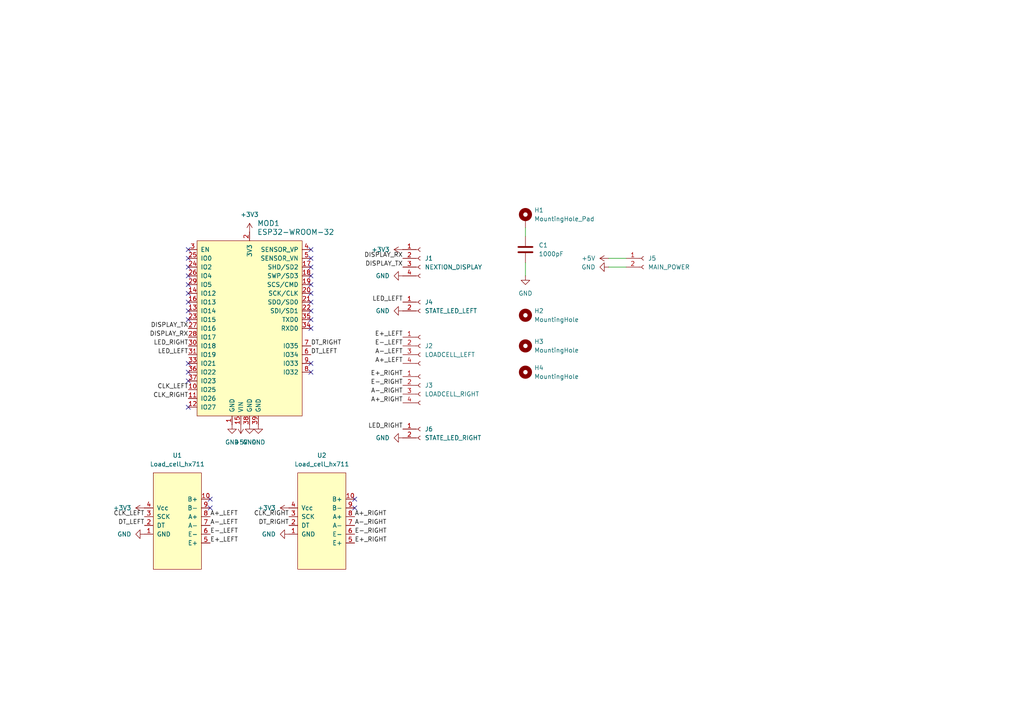
<source format=kicad_sch>
(kicad_sch (version 20231120) (generator "eeschema") (generator_version "8.0")
  (paper "A4")
  (lib_symbols
    (symbol "Connector:Conn_01x02_Socket" (pin_names (offset 1.016) hide)
      (property "Reference" "J" (at 0 2.54 0))
      (property "Value" "Conn_01x02_Socket" (at 0 -5.08 0))
      (symbol "Conn_01x02_Socket_1_1"
        (arc (start 0 -2.032) (mid -0.5058 -2.54) (end 0 -3.048) (stroke (width 0.1524)))
        (polyline (pts (xy -1.27 -2.54) (xy -0.508 -2.54)) (stroke (width 0.1524)))
        (polyline (pts (xy -1.27 0) (xy -0.508 0)) (stroke (width 0.1524)))
        (arc (start 0 0.508) (mid -0.5058 0) (end 0 -0.508) (stroke (width 0.1524)))
        (pin passive line (at -5.08 0 0) (length 3.81) (name "Pin_1") (number "1"))
        (pin passive line (at -5.08 -2.54 0) (length 3.81) (name "Pin_2") (number "2"))
      )
    )
    (symbol "Connector:Conn_01x04_Socket" (pin_names (offset 1.016) hide)
      (property "Reference" "J" (at 0 5.08 0))
      (property "Value" "Conn_01x04_Socket" (at 0 -7.62 0))
      (symbol "Conn_01x04_Socket_1_1"
        (arc (start 0 -4.572) (mid -0.5058 -5.08) (end 0 -5.588) (stroke (width 0.1524)))
        (arc (start 0 -2.032) (mid -0.5058 -2.54) (end 0 -3.048) (stroke (width 0.1524)))
        (polyline (pts (xy -1.27 -5.08) (xy -0.508 -5.08)) (stroke (width 0.1524)))
        (polyline (pts (xy -1.27 -2.54) (xy -0.508 -2.54)) (stroke (width 0.1524)))
        (polyline (pts (xy -1.27 0) (xy -0.508 0)) (stroke (width 0.1524)))
        (polyline (pts (xy -1.27 2.54) (xy -0.508 2.54)) (stroke (width 0.1524)))
        (arc (start 0 0.508) (mid -0.5058 0) (end 0 -0.508) (stroke (width 0.1524)))
        (arc (start 0 3.048) (mid -0.5058 2.54) (end 0 2.032) (stroke (width 0.1524)))
        (pin passive line (at -5.08 2.54 0) (length 3.81) (name "Pin_1") (number "1"))
        (pin passive line (at -5.08 0 0) (length 3.81) (name "Pin_2") (number "2"))
        (pin passive line (at -5.08 -2.54 0) (length 3.81) (name "Pin_3") (number "3"))
        (pin passive line (at -5.08 -5.08 0) (length 3.81) (name "Pin_4") (number "4"))
      )
    )
    (symbol "Device:C" (pin_numbers hide) (pin_names (offset 0.254))
      (property "Reference" "C" (at 0.635 2.54 0))
      (property "Value" "C" (at 0.635 -2.54 0))
      (symbol "C_0_1"
        (polyline (pts (xy -2.032 -0.762) (xy 2.032 -0.762)) (stroke (width 0.508)))
        (polyline (pts (xy -2.032 0.762) (xy 2.032 0.762)) (stroke (width 0.508)))
      )
      (symbol "C_1_1"
        (pin passive line (at 0 3.81 270) (length 2.794) (name "~") (number "1"))
        (pin passive line (at 0 -3.81 90) (length 2.794) (name "~") (number "2"))
      )
    )
    (symbol "ESP32-WROOM-32:ESP32-WROOM-32" (pin_names (offset 1.016))
      (property "Reference" "MOD1" (at 7.0994 5.08 0))
      (property "Value" "ESP32-WROOM-32" (at 7.0994 1.27 0))
      (symbol "ESP32-WROOM-32_0_1"
        (rectangle (start -10.16 0) (end 20.32 -50.8) (fill (type background)))
      )
      (symbol "ESP32-WROOM-32_1_1"
        (pin power_in line (at 0 -53.34 90) (length 2.54) (name "GND") (number "1"))
        (pin bidirectional line (at -12.7 -43.18 0) (length 2.54) (name "IO25") (number "10"))
        (pin bidirectional line (at -12.7 -45.72 0) (length 2.54) (name "IO26") (number "11"))
        (pin bidirectional line (at -12.7 -48.26 0) (length 2.54) (name "IO27") (number "12"))
        (pin bidirectional line (at -12.7 -20.32 0) (length 2.54) (name "IO14") (number "13"))
        (pin bidirectional line (at -12.7 -15.24 0) (length 2.54) (name "IO12") (number "14"))
        (pin power_in line (at 2.54 -53.34 90) (length 2.54) (name "VIN") (number "15"))
        (pin bidirectional line (at -12.7 -17.78 0) (length 2.54) (name "IO13") (number "16"))
        (pin bidirectional line (at 22.86 -7.62 180) (length 2.54) (name "SHD/SD2") (number "17"))
        (pin bidirectional line (at 22.86 -10.16 180) (length 2.54) (name "SWP/SD3") (number "18"))
        (pin bidirectional line (at 22.86 -12.7 180) (length 2.54) (name "SCS/CMD") (number "19"))
        (pin power_in line (at 5.08 2.54 270) (length 2.54) (name "3V3") (number "2"))
        (pin bidirectional line (at 22.86 -15.24 180) (length 2.54) (name "SCK/CLK") (number "20"))
        (pin bidirectional line (at 22.86 -17.78 180) (length 2.54) (name "SDO/SD0") (number "21"))
        (pin bidirectional line (at 22.86 -20.32 180) (length 2.54) (name "SDI/SD1") (number "22"))
        (pin bidirectional line (at -12.7 -22.86 0) (length 2.54) (name "IO15") (number "23"))
        (pin bidirectional line (at -12.7 -7.62 0) (length 2.54) (name "IO2") (number "24"))
        (pin bidirectional line (at -12.7 -5.08 0) (length 2.54) (name "IO0") (number "25"))
        (pin bidirectional line (at -12.7 -10.16 0) (length 2.54) (name "IO4") (number "26"))
        (pin bidirectional line (at -12.7 -25.4 0) (length 2.54) (name "IO16") (number "27"))
        (pin bidirectional line (at -12.7 -27.94 0) (length 2.54) (name "IO17") (number "28"))
        (pin bidirectional line (at -12.7 -12.7 0) (length 2.54) (name "IO5") (number "29"))
        (pin input line (at -12.7 -2.54 0) (length 2.54) (name "EN") (number "3"))
        (pin bidirectional line (at -12.7 -30.48 0) (length 2.54) (name "IO18") (number "30"))
        (pin bidirectional line (at -12.7 -33.02 0) (length 2.54) (name "IO19") (number "31"))
        (pin no_connect line (at 20.32 -43.18 180) (length 2.54) hide (name "NC") (number "32"))
        (pin bidirectional line (at -12.7 -35.56 0) (length 2.54) (name "IO21") (number "33"))
        (pin bidirectional line (at 22.86 -25.4 180) (length 2.54) (name "RXD0") (number "34"))
        (pin bidirectional line (at 22.86 -22.86 180) (length 2.54) (name "TXD0") (number "35"))
        (pin bidirectional line (at -12.7 -38.1 0) (length 2.54) (name "IO22") (number "36"))
        (pin bidirectional line (at -12.7 -40.64 0) (length 2.54) (name "IO23") (number "37"))
        (pin power_in line (at 5.08 -53.34 90) (length 2.54) (name "GND") (number "38"))
        (pin power_in line (at 7.62 -53.34 90) (length 2.54) (name "GND") (number "39"))
        (pin input line (at 22.86 -2.54 180) (length 2.54) (name "SENSOR_VP") (number "4"))
        (pin input line (at 22.86 -5.08 180) (length 2.54) (name "SENSOR_VN") (number "5"))
        (pin bidirectional line (at 22.86 -33.02 180) (length 2.54) (name "IO34") (number "6"))
        (pin bidirectional line (at 22.86 -30.48 180) (length 2.54) (name "IO35") (number "7"))
        (pin bidirectional line (at 22.86 -38.1 180) (length 2.54) (name "IO32") (number "8"))
        (pin bidirectional line (at 22.86 -35.56 180) (length 2.54) (name "IO33") (number "9"))
      )
    )
    (symbol "Mechanical:MountingHole" (pin_names (offset 1.016)) (exclude_from_sim yes) (in_bom no)
      (property "Reference" "H" (at 0 5.08 0))
      (property "Value" "MountingHole" (at 0 3.175 0))
      (symbol "MountingHole_0_1"
        (circle (center 0 0) (radius 1.27) (stroke (width 1.27)))
      )
    )
    (symbol "Mechanical:MountingHole_Pad" (pin_numbers hide) (pin_names (offset 1.016) hide) (exclude_from_sim yes) (in_bom no)
      (property "Reference" "H" (at 0 6.35 0))
      (property "Value" "MountingHole_Pad" (at 0 4.445 0))
      (symbol "MountingHole_Pad_0_1"
        (circle (center 0 1.27) (radius 1.27) (stroke (width 1.27)))
      )
      (symbol "MountingHole_Pad_1_1"
        (pin input line (at 0 -2.54 90) (length 2.54) (name "1") (number "1"))
      )
    )
    (symbol "my_lib:Load_cell_hx711" (pin_names (offset 1.016))
      (property "Reference" "U" (at 0 1.27 0))
      (property "Value" "Load_cell_hx711" (at 0 -1.27 0))
      (symbol "Load_cell_hx711_0_1"
        (rectangle (start -13.97 7.62) (end 13.97 -6.35) (fill (type background)))
      )
      (symbol "Load_cell_hx711_1_1"
        (pin power_in line (at -3.81 10.16 270) (length 2.54) (name "GND") (number "1"))
        (pin input line (at 6.35 -8.89 90) (length 2.54) (name "B+") (number "10"))
        (pin input line (at -1.27 10.16 270) (length 2.54) (name "DT") (number "2"))
        (pin input line (at 1.27 10.16 270) (length 2.54) (name "SCK") (number "3"))
        (pin power_in line (at 3.81 10.16 270) (length 2.54) (name "Vcc") (number "4"))
        (pin input line (at -6.35 -8.89 90) (length 2.54) (name "E+") (number "5"))
        (pin input line (at -3.81 -8.89 90) (length 2.54) (name "E-") (number "6"))
        (pin input line (at -1.27 -8.89 90) (length 2.54) (name "A-") (number "7"))
        (pin input line (at 1.27 -8.89 90) (length 2.54) (name "A+") (number "8"))
        (pin input line (at 3.81 -8.89 90) (length 2.54) (name "B-") (number "9"))
      )
    )
    (symbol "power:+3V3" (power) (pin_numbers hide) (pin_names (offset 0) hide)
      (property "Value" "+3V3" (at 0 3.556 0))
      (symbol "+3V3_0_1"
        (polyline (pts (xy -0.762 1.27) (xy 0 2.54)))
        (polyline (pts (xy 0 0) (xy 0 2.54)))
        (polyline (pts (xy 0 2.54) (xy 0.762 1.27)))
      )
      (symbol "+3V3_1_1"
        (pin power_in line (at 0 0 90) (length 0) (name "~") (number "1"))
      )
    )
    (symbol "power:+5V" (power) (pin_numbers hide) (pin_names (offset 0) hide)
      (property "Value" "+5V" (at 0 3.556 0))
      (symbol "+5V_0_1"
        (polyline (pts (xy -0.762 1.27) (xy 0 2.54)))
        (polyline (pts (xy 0 0) (xy 0 2.54)))
        (polyline (pts (xy 0 2.54) (xy 0.762 1.27)))
      )
      (symbol "+5V_1_1"
        (pin power_in line (at 0 0 90) (length 0) (name "~") (number "1"))
      )
    )
    (symbol "power:GND" (power) (pin_numbers hide) (pin_names (offset 0) hide)
      (property "Value" "GND" (at 0 -3.81 0))
      (symbol "GND_0_1"
        (polyline (pts (xy 0 0) (xy 0 -1.27) (xy 1.27 -1.27) (xy 0 -2.54) (xy -1.27 -1.27) (xy 0 -1.27)))
      )
      (symbol "GND_1_1"
        (pin power_in line (at 0 0 270) (length 0) (name "~") (number "1"))
      )
    )
  )
  (no_connect (at 54.61 87.63))
  (no_connect (at 90.17 95.25))
  (no_connect (at 90.17 82.55))
  (no_connect (at 90.17 92.71))
  (no_connect (at 54.61 118.11))
  (no_connect (at 54.61 107.95))
  (no_connect (at 54.61 85.09))
  (no_connect (at 54.61 90.17))
  (no_connect (at 90.17 77.47))
  (no_connect (at 90.17 107.95))
  (no_connect (at 54.61 77.47))
  (no_connect (at 102.87 147.32))
  (no_connect (at 102.87 144.78))
  (no_connect (at 54.61 82.55))
  (no_connect (at 60.96 144.78))
  (no_connect (at 90.17 85.09))
  (no_connect (at 90.17 90.17))
  (no_connect (at 54.61 72.39))
  (no_connect (at 54.61 80.01))
  (no_connect (at 54.61 74.93))
  (no_connect (at 90.17 80.01))
  (no_connect (at 90.17 72.39))
  (no_connect (at 90.17 74.93))
  (no_connect (at 60.96 147.32))
  (no_connect (at 54.61 92.71))
  (no_connect (at 54.61 105.41))
  (no_connect (at 90.17 105.41))
  (no_connect (at 90.17 87.63))
  (no_connect (at 54.61 110.49))
  (wire (pts (xy 152.4 66.04) (xy 152.4 68.58)))
  (wire (pts (xy 152.4 76.2) (xy 152.4 80.01)))
  (wire (pts (xy 176.53 74.93) (xy 181.61 74.93)))
  (wire (pts (xy 176.53 77.47) (xy 181.61 77.47)))
  (label "A+_LEFT" (at 116.84 105.41 180))
  (label "E-_LEFT" (at 116.84 100.33 180))
  (label "DT_RIGHT" (at 83.82 152.4 180))
  (label "LED_LEFT" (at 116.84 87.63 180))
  (label "CLK_RIGHT" (at 54.61 115.57 180))
  (label "E+_RIGHT" (at 116.84 109.22 180))
  (label "DISPLAY_TX" (at 54.61 95.25 180))
  (label "E+_LEFT" (at 60.96 157.48 0))
  (label "DT_LEFT" (at 41.91 152.4 180))
  (label "A-_LEFT" (at 116.84 102.87 180))
  (label "LED_RIGHT" (at 54.61 100.33 180))
  (label "E-_RIGHT" (at 116.84 111.76 180))
  (label "DISPLAY_TX" (at 116.84 77.47 180))
  (label "CLK_RIGHT" (at 83.82 149.86 180))
  (label "DISPLAY_RX" (at 116.84 74.93 180))
  (label "CLK_LEFT" (at 41.91 149.86 180))
  (label "A-_LEFT" (at 60.96 152.4 0))
  (label "A+_LEFT" (at 60.96 149.86 0))
  (label "E+_RIGHT" (at 102.87 157.48 0))
  (label "DISPLAY_RX" (at 54.61 97.79 180))
  (label "CLK_LEFT" (at 54.61 113.03 180))
  (label "A-_RIGHT" (at 116.84 114.3 180))
  (label "LED_RIGHT" (at 116.84 124.46 180))
  (label "A-_RIGHT" (at 102.87 152.4 0))
  (label "E-_LEFT" (at 60.96 154.94 0))
  (label "LED_LEFT" (at 54.61 102.87 180))
  (label "E-_RIGHT" (at 102.87 154.94 0))
  (label "DT_RIGHT" (at 90.17 100.33 0))
  (label "DT_LEFT" (at 90.17 102.87 0))
  (label "A+_RIGHT" (at 102.87 149.86 0))
  (label "A+_RIGHT" (at 116.84 116.84 180))
  (label "E+_LEFT" (at 116.84 97.79 180))
  (symbol (lib_id "Device:C") (at 152.4 72.39 0) (unit 1)
    (property "Reference" "C1" (at 156.21 71.1199 0) (effects (justify left)))
    (property "Value" "1000pF" (at 156.21 73.6599 0) (effects (justify left)))
    (property "Footprint" "Capacitor_THT:C_Disc_D9.0mm_W2.5mm_P5.00mm" (effects (hide yes)))
    (property "Description" "Unpolarized capacitor" (effects (hide yes)))
  )
  (symbol (lib_id "Connector:Conn_01x04_Socket") (at 121.92 74.93 0) (unit 1)
    (property "Reference" "J1" (at 123.19 74.9299 0) (effects (justify left)))
    (property "Value" "NEXTION_DISPLAY" (at 123.19 77.4699 0) (effects (justify left)))
    (property "Footprint" "Connector_Molex:Molex_SPOX_5267-04A_1x04_P2.50mm_Vertical" (effects (hide yes)))
    (property "Description" "Generic connector, single row, 01x04, script generated" (effects (hide yes)))
  )
  (symbol (lib_id "power:GND") (at 67.31 123.19 0) (unit 1)
    (property "Reference" "#PWR05" (effects (hide yes)))
    (property "Value" "GND" (at 67.31 128.27 0))
    (property "Description" "Power symbol creates a global label with name \"GND\" , ground" (effects (hide yes)))
  )
  (symbol (lib_id "my_lib:Load_cell_hx711") (at 93.98 151.13 90) (unit 1)
    (property "Reference" "U2" (at 93.345 132.08 90))
    (property "Value" "Load_cell_hx711" (at 93.345 134.62 90))
    (property "Footprint" "My_foot_print:loadcell" (effects (hide yes)))
  )
  (symbol (lib_id "my_lib:Load_cell_hx711") (at 52.07 151.13 90) (unit 1)
    (property "Reference" "U1" (at 51.435 132.08 90))
    (property "Value" "Load_cell_hx711" (at 51.435 134.62 90))
    (property "Footprint" "My_foot_print:loadcell" (effects (hide yes)))
  )
  (symbol (lib_id "Mechanical:MountingHole") (at 152.4 100.33 0) (unit 1) (exclude_from_sim yes) (in_bom no)
    (property "Reference" "H3" (at 154.94 99.0599 0) (effects (justify left)))
    (property "Value" "MountingHole" (at 154.94 101.5999 0) (effects (justify left)))
    (property "Footprint" "MountingHole:MountingHole_3.5mm_Pad" (effects (hide yes)))
    (property "Description" "Mounting Hole without connection" (effects (hide yes)))
  )
  (symbol (lib_id "power:GND") (at 41.91 154.94 270) (unit 1)
    (property "Reference" "#PWR013" (effects (hide yes)))
    (property "Value" "GND" (at 38.1 154.9399 90) (effects (justify right)))
    (property "Description" "Power symbol creates a global label with name \"GND\" , ground" (effects (hide yes)))
  )
  (symbol (lib_id "power:GND") (at 152.4 80.01 0) (unit 1)
    (property "Reference" "#PWR03" (effects (hide yes)))
    (property "Value" "GND" (at 152.4 85.09 0))
    (property "Description" "Power symbol creates a global label with name \"GND\" , ground" (effects (hide yes)))
  )
  (symbol (lib_id "Connector:Conn_01x02_Socket") (at 121.92 87.63 0) (unit 1)
    (property "Reference" "J4" (at 123.19 87.6299 0) (effects (justify left)))
    (property "Value" "STATE_LED_LEFT" (at 123.19 90.1699 0) (effects (justify left)))
    (property "Footprint" "Connector_Molex:Molex_SPOX_5267-02A_1x02_P2.50mm_Vertical" (effects (hide yes)))
    (property "Description" "Generic connector, single row, 01x02, script generated" (effects (hide yes)))
  )
  (symbol (lib_id "ESP32-WROOM-32:ESP32-WROOM-32") (at 67.31 69.85 0) (unit 1)
    (property "Reference" "MOD1" (at 74.5841 64.77 0) (effects (font (size 1.524 1.524)) (justify left)))
    (property "Value" "ESP32-WROOM-32" (at 74.5841 67.31 0) (effects (font (size 1.524 1.524)) (justify left)))
    (property "Footprint" "My_foot_print:ESP32_new_modified" (effects (hide yes)))
    (property "Datasheet" "https://www.espressif.com/sites/default/files/documentation/esp32-wroom-32_datasheet_en.pdf" (effects (hide yes)))
    (property "Description" "SMD MODULE, ESP32-D0WDQ6, 32MBIT" (effects (hide yes)))
    (property "Digi-Key_PN" "1904-1010-1-ND" (effects (hide yes)))
    (property "MPN" "ESP32-WROOM-32" (effects (hide yes)))
    (property "Category" "RF/IF and RFID" (effects (hide yes)))
    (property "Family" "RF Transceiver Modules" (effects (hide yes)))
    (property "DK_Datasheet_Link" "https://www.espressif.com/sites/default/files/documentation/esp32-wroom-32_datasheet_en.pdf" (effects (hide yes)))
    (property "DK_Detail_Page" "/product-detail/en/espressif-systems/ESP32-WROOM-32/1904-1010-1-ND/8544305" (effects (hide yes)))
    (property "Manufacturer" "Espressif Systems" (effects (hide yes)))
    (property "Status" "Active" (effects (hide yes)))
  )
  (symbol (lib_id "Connector:Conn_01x02_Socket") (at 186.69 74.93 0) (unit 1)
    (property "Reference" "J5" (at 187.96 74.9299 0) (effects (justify left)))
    (property "Value" "MAIN_POWER" (at 187.96 77.4699 0) (effects (justify left)))
    (property "Footprint" "Connector_Molex:Molex_Mini-Fit_Jr_5566-02A_2x01_P4.20mm_Vertical" (effects (hide yes)))
    (property "Description" "Generic connector, single row, 01x02, script generated" (effects (hide yes)))
  )
  (symbol (lib_id "power:GND") (at 116.84 90.17 270) (unit 1)
    (property "Reference" "#PWR015" (effects (hide yes)))
    (property "Value" "GND" (at 113.03 90.1699 90) (effects (justify right)))
    (property "Description" "Power symbol creates a global label with name \"GND\" , ground" (effects (hide yes)))
  )
  (symbol (lib_id "power:GND") (at 176.53 77.47 270) (unit 1)
    (property "Reference" "#PWR02" (effects (hide yes)))
    (property "Value" "GND" (at 172.72 77.4699 90) (effects (justify right)))
    (property "Description" "Power symbol creates a global label with name \"GND\" , ground" (effects (hide yes)))
  )
  (symbol (lib_id "power:GND") (at 72.39 123.19 0) (unit 1)
    (property "Reference" "#PWR06" (effects (hide yes)))
    (property "Value" "GND" (at 72.39 128.27 0))
    (property "Description" "Power symbol creates a global label with name \"GND\" , ground" (effects (hide yes)))
  )
  (symbol (lib_id "power:GND") (at 83.82 154.94 270) (unit 1)
    (property "Reference" "#PWR014" (effects (hide yes)))
    (property "Value" "GND" (at 80.01 154.9399 90) (effects (justify right)))
    (property "Description" "Power symbol creates a global label with name \"GND\" , ground" (effects (hide yes)))
  )
  (symbol (lib_id "Connector:Conn_01x04_Socket") (at 121.92 111.76 0) (unit 1)
    (property "Reference" "J3" (at 123.19 111.7599 0) (effects (justify left)))
    (property "Value" "LOADCELL_RIGHT" (at 123.19 114.2999 0) (effects (justify left)))
    (property "Footprint" "Connector_Molex:Molex_SPOX_5267-04A_1x04_P2.50mm_Vertical" (effects (hide yes)))
    (property "Description" "Generic connector, single row, 01x04, script generated" (effects (hide yes)))
  )
  (symbol (lib_id "Connector:Conn_01x04_Socket") (at 121.92 100.33 0) (unit 1)
    (property "Reference" "J2" (at 123.19 100.3299 0) (effects (justify left)))
    (property "Value" "LOADCELL_LEFT" (at 123.19 102.8699 0) (effects (justify left)))
    (property "Footprint" "Connector_Molex:Molex_SPOX_5267-04A_1x04_P2.50mm_Vertical" (effects (hide yes)))
    (property "Description" "Generic connector, single row, 01x04, script generated" (effects (hide yes)))
  )
  (symbol (lib_id "power:+3V3") (at 116.84 72.39 90) (unit 1)
    (property "Reference" "#PWR011" (effects (hide yes)))
    (property "Value" "+3V3" (at 113.03 72.3899 90) (effects (justify left)))
    (property "Description" "Power symbol creates a global label with name \"+3V3\"" (effects (hide yes)))
  )
  (symbol (lib_id "Mechanical:MountingHole") (at 152.4 107.95 0) (unit 1) (exclude_from_sim yes) (in_bom no)
    (property "Reference" "H4" (at 154.94 106.6799 0) (effects (justify left)))
    (property "Value" "MountingHole" (at 154.94 109.2199 0) (effects (justify left)))
    (property "Footprint" "MountingHole:MountingHole_3.5mm_Pad" (effects (hide yes)))
    (property "Description" "Mounting Hole without connection" (effects (hide yes)))
  )
  (symbol (lib_id "power:GND") (at 116.84 127 270) (unit 1)
    (property "Reference" "#PWR016" (effects (hide yes)))
    (property "Value" "GND" (at 113.03 126.9999 90) (effects (justify right)))
    (property "Description" "Power symbol creates a global label with name \"GND\" , ground" (effects (hide yes)))
  )
  (symbol (lib_id "power:+5V") (at 69.85 123.19 180) (unit 1)
    (property "Reference" "#PWR04" (effects (hide yes)))
    (property "Value" "+5V" (at 69.85 128.27 0))
    (property "Description" "Power symbol creates a global label with name \"+5V\"" (effects (hide yes)))
  )
  (symbol (lib_id "power:+3V3") (at 41.91 147.32 90) (unit 1)
    (property "Reference" "#PWR09" (effects (hide yes)))
    (property "Value" "+3V3" (at 38.1 147.3199 90) (effects (justify left)))
    (property "Description" "Power symbol creates a global label with name \"+3V3\"" (effects (hide yes)))
  )
  (symbol (lib_id "power:GND") (at 116.84 80.01 270) (unit 1)
    (property "Reference" "#PWR010" (effects (hide yes)))
    (property "Value" "GND" (at 113.03 80.0099 90) (effects (justify right)))
    (property "Description" "Power symbol creates a global label with name \"GND\" , ground" (effects (hide yes)))
  )
  (symbol (lib_id "power:GND") (at 74.93 123.19 0) (unit 1)
    (property "Reference" "#PWR07" (effects (hide yes)))
    (property "Value" "GND" (at 74.93 128.27 0))
    (property "Description" "Power symbol creates a global label with name \"GND\" , ground" (effects (hide yes)))
  )
  (symbol (lib_id "Mechanical:MountingHole_Pad") (at 152.4 63.5 0) (unit 1) (exclude_from_sim yes) (in_bom no)
    (property "Reference" "H1" (at 154.94 60.9599 0) (effects (justify left)))
    (property "Value" "MountingHole_Pad" (at 154.94 63.4999 0) (effects (justify left)))
    (property "Footprint" "MountingHole:MountingHole_3.5mm_Pad" (effects (hide yes)))
    (property "Description" "Mounting Hole with connection" (effects (hide yes)))
  )
  (symbol (lib_id "power:+5V") (at 176.53 74.93 90) (unit 1)
    (property "Reference" "#PWR01" (effects (hide yes)))
    (property "Value" "+5V" (at 172.72 74.9299 90) (effects (justify left)))
    (property "Description" "Power symbol creates a global label with name \"+5V\"" (effects (hide yes)))
  )
  (symbol (lib_id "power:+3V3") (at 72.39 67.31 0) (unit 1)
    (property "Reference" "#PWR08" (effects (hide yes)))
    (property "Value" "+3V3" (at 72.39 62.23 0))
    (property "Description" "Power symbol creates a global label with name \"+3V3\"" (effects (hide yes)))
  )
  (symbol (lib_id "power:+3V3") (at 83.82 147.32 90) (unit 1)
    (property "Reference" "#PWR012" (effects (hide yes)))
    (property "Value" "+3V3" (at 80.01 147.3199 90) (effects (justify left)))
    (property "Description" "Power symbol creates a global label with name \"+3V3\"" (effects (hide yes)))
  )
  (symbol (lib_id "Connector:Conn_01x02_Socket") (at 121.92 124.46 0) (unit 1)
    (property "Reference" "J6" (at 123.19 124.4599 0) (effects (justify left)))
    (property "Value" "STATE_LED_RIGHT" (at 123.19 126.9999 0) (effects (justify left)))
    (property "Footprint" "Connector_Molex:Molex_SPOX_5267-02A_1x02_P2.50mm_Vertical" (effects (hide yes)))
    (property "Description" "Generic connector, single row, 01x02, script generated" (effects (hide yes)))
  )
  (symbol (lib_id "Mechanical:MountingHole") (at 152.4 91.44 0) (unit 1) (exclude_from_sim yes) (in_bom no)
    (property "Reference" "H2" (at 154.94 90.1699 0) (effects (justify left)))
    (property "Value" "MountingHole" (at 154.94 92.7099 0) (effects (justify left)))
    (property "Footprint" "MountingHole:MountingHole_3.5mm_Pad" (effects (hide yes)))
    (property "Description" "Mounting Hole without connection" (effects (hide yes)))
  )
)
</source>
